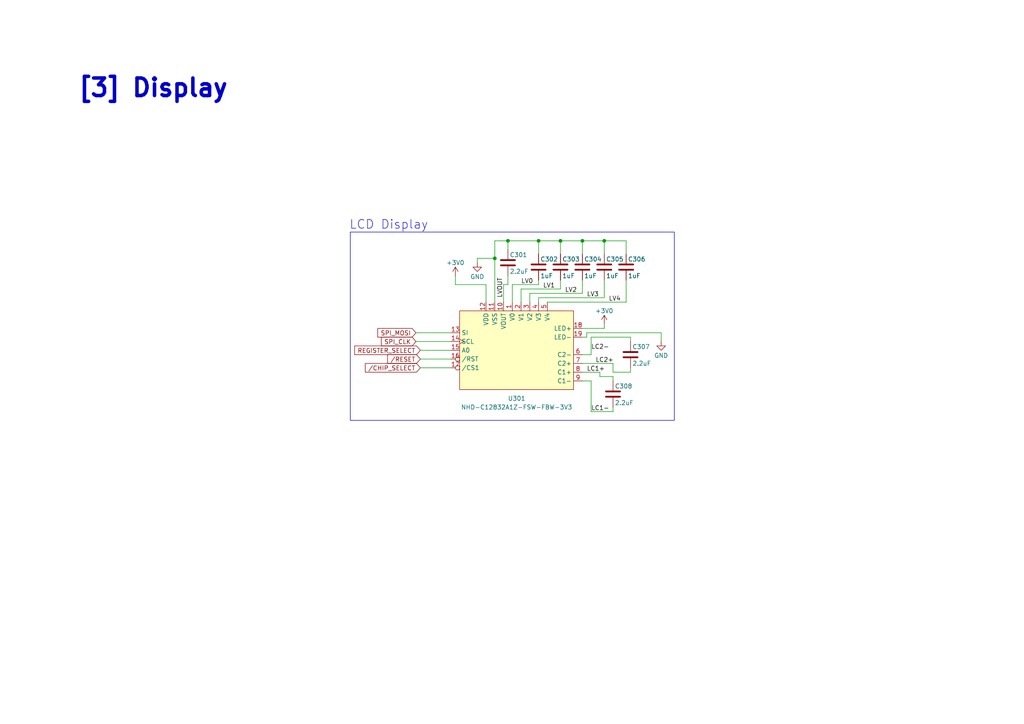
<source format=kicad_sch>
(kicad_sch (version 20231120) (generator "eeschema") (generator_version "8.0")
  (paper "A4")
  (lib_symbols
    (symbol "Device:C" (pin_numbers hide) (pin_names (offset 0.254))
      (property "Reference" "C" (at 0.635 2.54 0))
      (property "Value" "C" (at 0.635 -2.54 0))
      (symbol "C_0_1"
        (polyline (pts (xy -2.032 -0.762) (xy 2.032 -0.762)) (stroke (width 0.508)))
        (polyline (pts (xy -2.032 0.762) (xy 2.032 0.762)) (stroke (width 0.508)))
      )
      (symbol "C_1_1"
        (pin passive line (at 0 3.81 270) (length 2.794) (name "~") (number "1"))
        (pin passive line (at 0 -3.81 90) (length 2.794) (name "~") (number "2"))
      )
    )
    (symbol "LCD_Display_Module:NHD-C12832A1Z-FSW-FBW-3V3"
      (property "Reference" "U" (at 14.224 10.922 0))
      (property "Value" "NHD-C12832A1Z-FSW-FBW-3V3" (at -0.508 -27.178 0))
      (symbol "NHD-C12832A1Z-FSW-FBW-3V3_0_0"
        (pin power_out line (at -1.27 11.43 270) (length 2.54) (name "V0") (number "1"))
        (pin power_out line (at -3.81 11.43 270) (length 2.54) (name "VOUT") (number "10"))
        (pin power_in line (at -6.35 11.43 270) (length 2.54) (name "VSS") (number "11"))
        (pin power_in line (at -8.89 11.43 270) (length 2.54) (name "VDD") (number "12"))
        (pin input line (at -19.05 2.54 0) (length 2.54) (name "SI") (number "13"))
        (pin input clock (at -19.05 0 0) (length 2.54) (name "SCL") (number "14"))
        (pin input line (at -19.05 -2.54 0) (length 2.54) (name "A0") (number "15"))
        (pin input inverted (at -19.05 -5.08 0) (length 2.54) (name "/RST") (number "16"))
        (pin input inverted (at -19.05 -7.62 0) (length 2.54) (name "/CS1") (number "17"))
        (pin power_in line (at 19.05 3.81 180) (length 2.54) (name "LED+") (number "18"))
        (pin power_in line (at 19.05 1.27 180) (length 2.54) (name "LED-") (number "19"))
        (pin power_out line (at 1.27 11.43 270) (length 2.54) (name "V1") (number "2"))
        (pin power_out line (at 3.81 11.43 270) (length 2.54) (name "V2") (number "3"))
        (pin power_out line (at 6.35 11.43 270) (length 2.54) (name "V3") (number "4"))
        (pin power_out line (at 8.89 11.43 270) (length 2.54) (name "V4") (number "5"))
        (pin power_out line (at 19.05 -3.81 180) (length 2.54) (name "C2-") (number "6"))
        (pin power_out line (at 19.05 -6.35 180) (length 2.54) (name "C2+") (number "7"))
        (pin power_out line (at 19.05 -8.89 180) (length 2.54) (name "C1+") (number "8"))
        (pin power_out line (at 19.05 -11.43 180) (length 2.54) (name "C1-") (number "9"))
      )
      (symbol "NHD-C12832A1Z-FSW-FBW-3V3_1_1"
        (rectangle (start -16.51 8.89) (end 16.51 -13.97) (fill (type background)))
      )
    )
    (symbol "power:+3V0" (power) (pin_numbers hide) (pin_names (offset 0) hide)
      (property "Value" "+3V0" (at 0 3.556 0))
      (symbol "+3V0_0_1"
        (polyline (pts (xy -0.762 1.27) (xy 0 2.54)))
        (polyline (pts (xy 0 0) (xy 0 2.54)))
        (polyline (pts (xy 0 2.54) (xy 0.762 1.27)))
      )
      (symbol "+3V0_1_1"
        (pin power_in line (at 0 0 90) (length 0) (name "~") (number "1"))
      )
    )
    (symbol "power:GND" (power) (pin_numbers hide) (pin_names (offset 0) hide)
      (property "Value" "GND" (at 0 -3.81 0))
      (symbol "GND_0_1"
        (polyline (pts (xy 0 0) (xy 0 -1.27) (xy 1.27 -1.27) (xy 0 -2.54) (xy -1.27 -1.27) (xy 0 -1.27)))
      )
      (symbol "GND_1_1"
        (pin power_in line (at 0 0 270) (length 0) (name "~") (number "1"))
      )
    )
  )
  (junction (at 175.26 69.85))
  (junction (at 143.51 74.93))
  (junction (at 156.21 69.85))
  (junction (at 168.91 69.85))
  (junction (at 162.56 69.85))
  (junction (at 147.32 69.85))
  (wire (pts (xy 148.59 82.55) (xy 156.21 82.55)))
  (wire (pts (xy 143.51 69.85) (xy 143.51 74.93)))
  (wire (pts (xy 138.43 74.93) (xy 143.51 74.93)))
  (wire (pts (xy 175.26 95.25) (xy 175.26 93.98)))
  (wire (pts (xy 175.26 73.66) (xy 175.26 69.85)))
  (wire (pts (xy 121.92 106.68) (xy 130.81 106.68)))
  (wire (pts (xy 168.91 107.95) (xy 173.99 107.95)))
  (wire (pts (xy 120.65 96.52) (xy 130.81 96.52)))
  (wire (pts (xy 148.59 82.55) (xy 148.59 87.63)))
  (wire (pts (xy 181.61 87.63) (xy 158.75 87.63)))
  (wire (pts (xy 156.21 69.85) (xy 147.32 69.85)))
  (wire (pts (xy 147.32 69.85) (xy 143.51 69.85)))
  (wire (pts (xy 147.32 69.85) (xy 147.32 72.39)))
  (wire (pts (xy 146.05 82.55) (xy 146.05 87.63)))
  (wire (pts (xy 177.8 109.22) (xy 177.8 110.49)))
  (wire (pts (xy 168.91 95.25) (xy 175.26 95.25)))
  (wire (pts (xy 173.99 109.22) (xy 177.8 109.22)))
  (wire (pts (xy 177.8 118.11) (xy 177.8 119.38)))
  (wire (pts (xy 121.92 101.6) (xy 130.81 101.6)))
  (wire (pts (xy 168.91 69.85) (xy 175.26 69.85)))
  (wire (pts (xy 171.45 97.79) (xy 171.45 102.87)))
  (wire (pts (xy 168.91 105.41) (xy 177.8 105.41)))
  (wire (pts (xy 153.67 85.09) (xy 153.67 87.63)))
  (wire (pts (xy 170.18 96.52) (xy 191.77 96.52)))
  (wire (pts (xy 143.51 74.93) (xy 143.51 87.63)))
  (wire (pts (xy 138.43 76.2) (xy 138.43 74.93)))
  (wire (pts (xy 181.61 73.66) (xy 181.61 69.85)))
  (wire (pts (xy 173.99 107.95) (xy 173.99 109.22)))
  (wire (pts (xy 168.91 102.87) (xy 171.45 102.87)))
  (wire (pts (xy 140.97 87.63) (xy 140.97 82.55)))
  (wire (pts (xy 182.88 97.79) (xy 171.45 97.79)))
  (wire (pts (xy 168.91 110.49) (xy 171.45 110.49)))
  (wire (pts (xy 175.26 86.36) (xy 156.21 86.36)))
  (wire (pts (xy 162.56 69.85) (xy 162.56 73.66)))
  (wire (pts (xy 177.8 107.95) (xy 182.88 107.95)))
  (wire (pts (xy 147.32 80.01) (xy 147.32 82.55)))
  (wire (pts (xy 175.26 81.28) (xy 175.26 86.36)))
  (wire (pts (xy 156.21 82.55) (xy 156.21 81.28)))
  (wire (pts (xy 182.88 107.95) (xy 182.88 106.68)))
  (wire (pts (xy 171.45 119.38) (xy 177.8 119.38)))
  (wire (pts (xy 168.91 69.85) (xy 168.91 73.66)))
  (wire (pts (xy 168.91 97.79) (xy 170.18 97.79)))
  (wire (pts (xy 156.21 69.85) (xy 156.21 73.66)))
  (wire (pts (xy 162.56 81.28) (xy 162.56 83.82)))
  (wire (pts (xy 170.18 97.79) (xy 170.18 96.52)))
  (wire (pts (xy 182.88 99.06) (xy 182.88 97.79)))
  (wire (pts (xy 151.13 83.82) (xy 151.13 87.63)))
  (wire (pts (xy 162.56 69.85) (xy 156.21 69.85)))
  (wire (pts (xy 168.91 69.85) (xy 162.56 69.85)))
  (wire (pts (xy 151.13 83.82) (xy 162.56 83.82)))
  (wire (pts (xy 140.97 82.55) (xy 132.08 82.55)))
  (wire (pts (xy 147.32 82.55) (xy 146.05 82.55)))
  (wire (pts (xy 121.92 104.14) (xy 130.81 104.14)))
  (wire (pts (xy 130.81 99.06) (xy 120.65 99.06)))
  (wire (pts (xy 156.21 86.36) (xy 156.21 87.63)))
  (wire (pts (xy 168.91 81.28) (xy 168.91 85.09)))
  (wire (pts (xy 177.8 105.41) (xy 177.8 107.95)))
  (wire (pts (xy 171.45 110.49) (xy 171.45 119.38)))
  (wire (pts (xy 168.91 85.09) (xy 153.67 85.09)))
  (wire (pts (xy 175.26 69.85) (xy 181.61 69.85)))
  (wire (pts (xy 132.08 82.55) (xy 132.08 80.01)))
  (wire (pts (xy 191.77 96.52) (xy 191.77 99.06)))
  (wire (pts (xy 181.61 81.28) (xy 181.61 87.63)))
  (rectangle (start 101.6 67.31) (end 195.58 121.92))
  (text "LCD Display" (at 112.776 65.278 0) (effects (font (size 2.54 2.54))))
  (text "[3] Display\n" (at 44.45 25.654 0) (effects (font (size 5.08 5.08) (thickness 1.016) (bold yes))))
  (label "LV3" (at 170.18 86.36 0))
  (label "LV1" (at 157.48 83.82 0))
  (label "LV0" (at 151.13 82.55 0))
  (label "LV2" (at 163.83 85.09 0))
  (label "LVOUT" (at 146.05 86.36 90))
  (label "LV4" (at 176.53 87.63 0))
  (label "LC2+" (at 172.72 105.41 0))
  (label "LC2-" (at 171.45 101.6 0))
  (label "LC1-" (at 171.45 119.38 0))
  (label "LC1+" (at 170.18 107.95 0))
  (global_label "{slash}RESET" (shape input) (at 121.92 104.14 180) (property "Intersheetrefs" "${INTERSHEET_REFS}" (effects (hide yes))))
  (global_label "SPI_CLK" (shape input) (at 120.65 99.06 180) (property "Intersheetrefs" "${INTERSHEET_REFS}" (effects (hide yes))))
  (global_label "SPI_MOSI" (shape input) (at 120.65 96.52 180) (property "Intersheetrefs" "${INTERSHEET_REFS}" (effects (hide yes))))
  (global_label "{slash}CHIP_SELECT" (shape input) (at 121.92 106.68 180) (property "Intersheetrefs" "${INTERSHEET_REFS}" (effects (hide yes))))
  (global_label "REGISTER_SELECT" (shape input) (at 121.92 101.6 180) (property "Intersheetrefs" "${INTERSHEET_REFS}" (effects (hide yes))))
  (symbol (lib_id "Device:C") (at 181.61 77.47 0) (unit 1)
    (property "Reference" "C306" (at 182.118 75.184 0) (effects (justify left)))
    (property "Value" "1uF" (at 182.118 80.01 0) (effects (justify left)))
    (property "Footprint" "Capacitor_SMD:C_0603_1608Metric" (effects (hide yes)))
    (property "Description" "Unpolarized capacitor" (effects (hide yes)))
  )
  (symbol (lib_id "power:GND") (at 191.77 99.06 0) (unit 1)
    (property "Reference" "#PWR0304" (effects (hide yes)))
    (property "Value" "GND" (at 191.77 103.124 0))
    (property "Description" "Power symbol creates a global label with name \"GND\" , ground" (effects (hide yes)))
  )
  (symbol (lib_id "Device:C") (at 156.21 77.47 0) (unit 1)
    (property "Reference" "C302" (at 156.718 75.184 0) (effects (justify left)))
    (property "Value" "1uF" (at 156.718 80.01 0) (effects (justify left)))
    (property "Footprint" "Capacitor_SMD:C_0603_1608Metric" (effects (hide yes)))
    (property "Description" "Unpolarized capacitor" (effects (hide yes)))
  )
  (symbol (lib_id "Device:C") (at 168.91 77.47 0) (unit 1)
    (property "Reference" "C304" (at 169.418 75.184 0) (effects (justify left)))
    (property "Value" "1uF" (at 169.418 80.01 0) (effects (justify left)))
    (property "Footprint" "Capacitor_SMD:C_0603_1608Metric" (effects (hide yes)))
    (property "Description" "Unpolarized capacitor" (effects (hide yes)))
  )
  (symbol (lib_id "Device:C") (at 177.8 114.3 0) (unit 1)
    (property "Reference" "C308" (at 178.308 112.014 0) (effects (justify left)))
    (property "Value" "2.2uF" (at 178.308 116.84 0) (effects (justify left)))
    (property "Footprint" "Capacitor_SMD:C_0603_1608Metric" (effects (hide yes)))
    (property "Description" "Unpolarized capacitor" (effects (hide yes)))
  )
  (symbol (lib_id "LCD_Display_Module:NHD-C12832A1Z-FSW-FBW-3V3") (at 149.86 99.06 0) (unit 1)
    (property "Reference" "U301" (at 149.86 115.57 0))
    (property "Value" "NHD-C12832A1Z-FSW-FBW-3V3" (at 149.86 118.11 0))
    (property "Footprint" "Display:NHD-C12832A1Z-FSRGB" (effects (hide yes)))
    (property "Description" "Graphic LCD Display Module Transflective Black (White - Inverted) FSTN - Film Super-Twisted Nematic SPI 128 x 32" (effects (hide yes)))
  )
  (symbol (lib_id "power:+3V0") (at 175.26 93.98 0) (unit 1)
    (property "Reference" "#PWR0303" (effects (hide yes)))
    (property "Value" "+3V0" (at 175.26 90.17 0))
    (property "Description" "Power symbol creates a global label with name \"+3V0\"" (effects (hide yes)))
  )
  (symbol (lib_id "power:+3V0") (at 132.08 80.01 0) (unit 1)
    (property "Reference" "#PWR0302" (effects (hide yes)))
    (property "Value" "+3V0" (at 132.08 76.2 0))
    (property "Description" "Power symbol creates a global label with name \"+3V0\"" (effects (hide yes)))
  )
  (symbol (lib_id "Device:C") (at 162.56 77.47 0) (unit 1)
    (property "Reference" "C303" (at 163.068 75.184 0) (effects (justify left)))
    (property "Value" "1uF" (at 163.068 80.01 0) (effects (justify left)))
    (property "Footprint" "Capacitor_SMD:C_0603_1608Metric" (effects (hide yes)))
    (property "Description" "Unpolarized capacitor" (effects (hide yes)))
  )
  (symbol (lib_id "Device:C") (at 175.26 77.47 0) (unit 1)
    (property "Reference" "C305" (at 175.768 75.184 0) (effects (justify left)))
    (property "Value" "1uF" (at 175.768 80.01 0) (effects (justify left)))
    (property "Footprint" "Capacitor_SMD:C_0603_1608Metric" (effects (hide yes)))
    (property "Description" "Unpolarized capacitor" (effects (hide yes)))
  )
  (symbol (lib_id "Device:C") (at 182.88 102.87 0) (unit 1)
    (property "Reference" "C307" (at 183.388 100.584 0) (effects (justify left)))
    (property "Value" "2.2uF" (at 183.388 105.41 0) (effects (justify left)))
    (property "Footprint" "Capacitor_SMD:C_0603_1608Metric" (effects (hide yes)))
    (property "Description" "Unpolarized capacitor" (effects (hide yes)))
  )
  (symbol (lib_id "power:GND") (at 138.43 76.2 0) (unit 1)
    (property "Reference" "#PWR0301" (effects (hide yes)))
    (property "Value" "GND" (at 138.43 80.264 0))
    (property "Description" "Power symbol creates a global label with name \"GND\" , ground" (effects (hide yes)))
  )
  (symbol (lib_id "Device:C") (at 147.32 76.2 0) (unit 1)
    (property "Reference" "C301" (at 147.828 73.914 0) (effects (justify left)))
    (property "Value" "2.2uF" (at 147.828 78.74 0) (effects (justify left)))
    (property "Footprint" "Capacitor_SMD:C_0603_1608Metric" (effects (hide yes)))
    (property "Description" "Unpolarized capacitor" (effects (hide yes)))
  )
)
</source>
